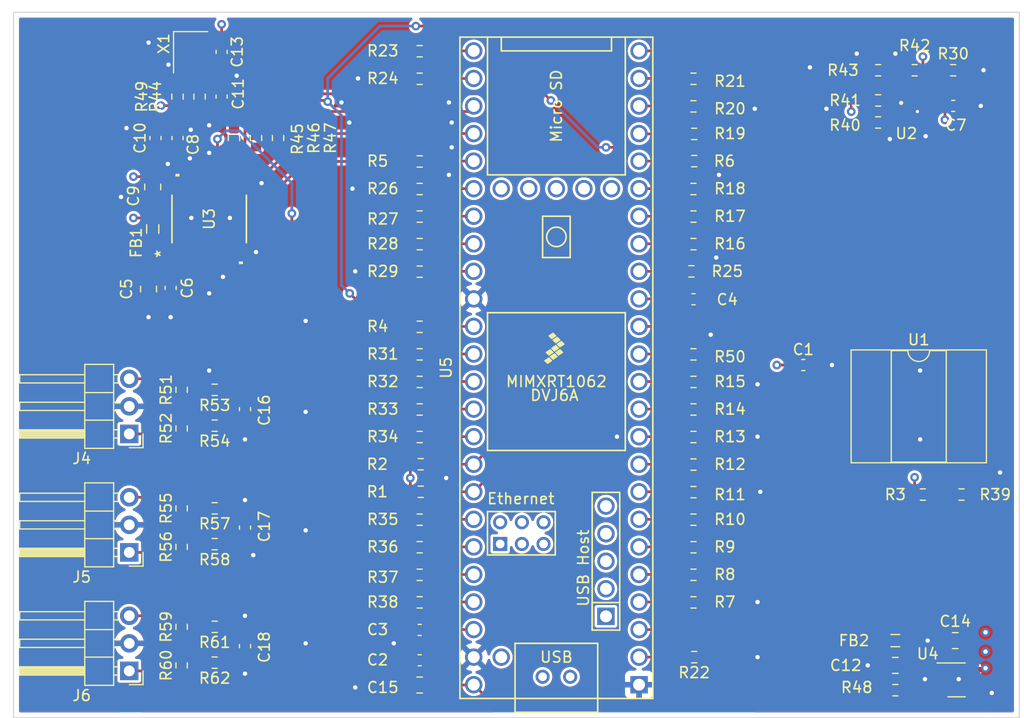
<source format=kicad_pcb>
(kicad_pcb (version 20221018) (generator pcbnew)
  (layers (0 "F.Cu" signal) (1 "In1.Cu" power "GND") (2 "In2.Cu" power "VCC") (31 "B.Cu" signal) (34 "B.Paste" user) (35 "F.Paste" user) (36 "B.SilkS" user "B.Silkscreen") (37 "F.SilkS" user "F.Silkscreen") (38 "B.Mask" user) (39 "F.Mask" user) (44 "Edge.Cuts" user))
  (net 0 "")
  (net 1 "+3V3")
  (net 2 "GND")
  (net 3 "Net-(U5-VIN)")
  (net 4 "Net-(U3-AVDD)")
  (net 5 "Net-(U3-CAP)")
  (net 6 "Net-(U3-CLKIN)")
  (net 7 "Net-(U4-IN)")
  (net 8 "/Geophone X/V+")
  (net 9 "/Geophone X/V-")
  (net 10 "/Geophone Y/V+")
  (net 11 "/Geophone Y/V-")
  (net 12 "/Geophone Z/V+")
  (net 13 "/Geophone Z/V-")
  (net 14 "Net-(J4-Pin_1)")
  (net 15 "Net-(J4-Pin_3)")
  (net 16 "Net-(J5-Pin_1)")
  (net 17 "Net-(J5-Pin_3)")
  (net 18 "Net-(J6-Pin_1)")
  (net 19 "Net-(J6-Pin_3)")
  (net 20 "/SCL")
  (net 21 "/SDA")
  (net 22 "/INT_DLVR")
  (net 23 "Net-(U5-13_SCK_LED)")
  (net 24 "/SCK")
  (net 25 "Net-(U5-37_CS)")
  (net 26 "/~{CS_ACCEL}")
  (net 27 "/~{CS_ADC}")
  (net 28 "Net-(U5-2_OUT2)")
  (net 29 "Net-(U5-3_LRCLK2)")
  (net 30 "Net-(U5-4_BCLK2)")
  (net 31 "Net-(U5-5_IN2)")
  (net 32 "Net-(U5-6_OUT1D)")
  (net 33 "Net-(U5-7_RX2_OUT1A)")
  (net 34 "Net-(U5-8_TX2_IN1)")
  (net 35 "Net-(U5-9_OUT1C)")
  (net 36 "Net-(U5-10_CS_MQSR)")
  (net 37 "Net-(U5-25_A11_RX6_SDA2)")
  (net 38 "Net-(U5-26_A12_MOSI1)")
  (net 39 "Net-(U5-27_A13_SCK1)")
  (net 40 "Net-(U5-29_TX7)")
  (net 41 "Net-(U5-30_CRX3)")
  (net 42 "Net-(U5-31_CTX3)")
  (net 43 "Net-(U5-33_MCLK2)")
  (net 44 "Net-(U5-34_RX8)")
  (net 45 "Net-(U5-38_CS1_IN1)")
  (net 46 "Net-(U5-39_MISO1_OUT1A)")
  (net 47 "Net-(U5-40_A16)")
  (net 48 "Net-(U5-41_A17)")
  (net 49 "Net-(U2-~{INT2})")
  (net 50 "Net-(U5-14_A0_TX3_SPDIF_OUT)")
  (net 51 "Net-(U5-15_A1_RX3_SPDIF_IN)")
  (net 52 "Net-(U5-16_A2_RX4_SCL1)")
  (net 53 "Net-(U5-17_A3_TX4_SDA1)")
  (net 54 "Net-(U5-20_A6_TX5_LRCLK1)")
  (net 55 "Net-(U5-21_A7_RX5_BCLK1)")
  (net 56 "Net-(U5-22_A8_CTX1)")
  (net 57 "Net-(U5-23_A9_CRX1_MCLK1)")
  (net 58 "Net-(U1-INT{slash}SS)")
  (net 59 "/MISO")
  (net 60 "Net-(U2-DOUT_A6)")
  (net 61 "Net-(U2-~{INT1})")
  (net 62 "/INT_ACCEL")
  (net 63 "Net-(X1-OUT)")
  (net 64 "Net-(U3-DOUT)")
  (net 65 "Net-(U3-DRDY)")
  (net 66 "Net-(U5-24_A10_TX6_SCL2)")
  (net 67 "Net-(U3-SYNC{slash}RESET)")
  (net 68 "Net-(U5-28_RX7)")
  (net 69 "Net-(U4-EN)")
  (net 70 "Net-(X1-EN)")
  (net 71 "/MOSI")
  (net 72 "Net-(U5-11_MOSI_CTX1)")
  (net 99 "/ADC_DRDY")
  (net 100 "Net-(U5-0_RX1_CRX2_CS1)")
  (net 101 "/ADC_SYNC{slash}RESET")
  (net 102 "Net-(C3-Pad1)")
  (net 103 "Net-(C4-Pad2)")
  (footprint "Resistor_SMD:R_0603_1608Metric" (layer "F.Cu") (at 156.655 97.568 180)
    (fp_text reference "R21")
    (fp_text value "51")
  )
  (footprint "Resistor_SMD:R_0603_1608Metric" (layer "F.Cu") (at 131.4185 140.748 180)
    (fp_text reference "R36")
    (fp_text value "51")
  )
  (footprint "Resistor_SMD:R_0603_1608Metric" (layer "F.Cu") (at 156.655 145.828 180)
    (fp_text reference "R7")
    (fp_text value "51")
  )
  (footprint "Capacitor_SMD:C_0603_1608Metric_Pad1.08x0.95mm_HandSolder" (layer "F.Cu") (at 113.160998 95.08675 -90)
    (fp_text reference "C13")
    (fp_text value "100n")
  )
  (footprint "Inductor_SMD:L_0805_2012Metric" (layer "F.Cu") (at 175.26 149.352)
    (fp_text reference "FB2")
    (fp_text value "MPZ1608S102ATA00")
  )
  (footprint "Resistor_SMD:R_0603_1608Metric" (layer "F.Cu") (at 131.4185 107.728 180)
    (fp_text reference "R26")
    (fp_text value "51")
  )
  (footprint "Resistor_SMD:R_0603_1608Metric" (layer "F.Cu") (at 173.673 96.7815 180)
    (fp_text reference "R43")
    (fp_text value "51")
  )
  (footprint "Capacitor_SMD:C_0805_2012Metric" (layer "F.Cu") (at 106.810998 107.53475 -90)
    (fp_text reference "C9")
    (fp_text value "1u")
  )
  (footprint "Resistor_SMD:R_0603_1608Metric" (layer "F.Cu") (at 131.509 135.636 180)
    (fp_text reference "R1")
    (fp_text value "10k")
  )
  (footprint "Resistor_SMD:R_0603_1608Metric" (layer "F.Cu") (at 112.522 148.082 180)
    (fp_text reference "R61")
    (fp_text value "470")
  )
  (footprint "Package_DIP:DIP-8_W8.89mm_SMDSocket_LongPads" (layer "F.Cu") (at 177.419 127.762)
    (fp_text reference "U1")
    (fp_text value "DLVR-F50D")
  )
  (footprint "Resistor_SMD:R_0603_1608Metric" (layer "F.Cu") (at 131.4185 143.288 180)
    (fp_text reference "R37")
    (fp_text value "51")
  )
  (footprint "Resistor_SMD:R_0603_1608Metric" (layer "F.Cu") (at 156.655 140.748 180)
    (fp_text reference "R9")
    (fp_text value "51")
  )
  (footprint "Resistor_SMD:R_0603_1608Metric" (layer "F.Cu") (at 156.655 130.588 180)
    (fp_text reference "R13")
    (fp_text value "51")
  )
  (footprint "Resistor_SMD:R_0603_1608Metric" (layer "F.Cu") (at 131.4185 105.188 180)
    (fp_text reference "R5")
    (fp_text value "51")
  )
  (footprint "Capacitor_SMD:C_0805_2012Metric" (layer "F.Cu") (at 131.4185 153.448 180)
    (fp_text reference "C15")
    (fp_text value "1u")
  )
  (footprint "Resistor_SMD:R_0603_1608Metric" (layer "F.Cu") (at 109.474 148.082 90)
    (fp_text reference "R59")
    (fp_text value "100k")
  )
  (footprint "Resistor_SMD:R_0603_1608Metric" (layer "F.Cu") (at 156.718 105.156 180)
    (fp_text reference "R6")
    (fp_text value "51")
  )
  (footprint "Resistor_SMD:R_0603_1608Metric" (layer "F.Cu") (at 112.522 151.384 180)
    (fp_text reference "R62")
    (fp_text value "470")
  )
  (footprint "Capacitor_SMD:C_0603_1608Metric_Pad1.08x0.95mm_HandSolder" (layer "F.Cu") (at 131.4185 151.162 180)
    (fp_text reference "C2")
    (fp_text value "100n")
  )
  (footprint "seismometer:PQFN50P200X200X100-12N" (layer "F.Cu") (at 177.296 100.5885)
    (fp_text reference "U2")
    (fp_text value "MC3479")
  )
  (footprint "Resistor_SMD:R_0603_1608Metric" (layer "F.Cu") (at 131.509 133.096 180)
    (fp_text reference "R2")
    (fp_text value "10k")
  )
  (footprint "Resistor_SMD:R_0603_1608Metric" (layer "F.Cu") (at 173.673 101.5925)
    (fp_text reference "R40")
    (fp_text value "51")
  )
  (footprint "Resistor_SMD:R_0603_1608Metric" (layer "F.Cu") (at 156.655 138.208 180)
    (fp_text reference "R10")
    (fp_text value "51")
  )
  (footprint "Capacitor_SMD:C_0603_1608Metric_Pad1.08x0.95mm_HandSolder" (layer "F.Cu") (at 131.4185 148.368 180)
    (fp_text reference "C3")
    (fp_text value "100n")
  )
  (footprint "Resistor_SMD:R_0603_1608Metric" (layer "F.Cu") (at 156.655 125.508 180)
    (fp_text reference "R15")
    (fp_text value "51")
  )
  (footprint "Resistor_SMD:R_0603_1608Metric" (layer "F.Cu") (at 177.8 135.89 180)
    (fp_text reference "R3")
    (fp_text value "100k")
  )
  (footprint "Resistor_SMD:R_0603_1608Metric" (layer "F.Cu") (at 131.4185 125.508 180)
    (fp_text reference "R32")
    (fp_text value "51")
  )
  (footprint "Resistor_SMD:R_0603_1608Metric" (layer "F.Cu") (at 177.038 96.7815)
    (fp_text reference "R42")
    (fp_text value "100k")
  )
  (footprint "Resistor_SMD:R_0603_1608Metric" (layer "F.Cu") (at 131.4185 112.808 180)
    (fp_text reference "R28")
    (fp_text value "51")
  )
  (footprint "Resistor_SMD:R_0603_1608Metric" (layer "F.Cu") (at 131.4185 110.268 180)
    (fp_text reference "R27")
    (fp_text value "51")
  )
  (footprint "Capacitor_SMD:C_0603_1608Metric_Pad1.08x0.95mm_HandSolder" (layer "F.Cu") (at 107.064998 103.02875 90)
    (fp_text reference "C10")
    (fp_text value "100n")
  )
  (footprint "Resistor_SMD:R_0603_1608Metric" (layer "F.Cu") (at 109.474 126.238 90)
    (fp_text reference "R51")
    (fp_text value "100k")
  )
  (footprint "Resistor_SMD:R_0603_1608Metric" (layer "F.Cu") (at 156.655 122.968 180)
    (fp_text reference "R50")
    (fp_text value "51")
  )
  (footprint "Resistor_SMD:R_0603_1608Metric" (layer "F.Cu") (at 109.474 137.16 90)
    (fp_text reference "R55")
    (fp_text value "100k")
  )
  (footprint "Resistor_SMD:R_0603_1608Metric" (layer "F.Cu") (at 156.655 107.728 180)
    (fp_text reference "R18")
    (fp_text value "51")
  )
  (footprint "Resistor_SMD:R_0603_1608Metric" (layer "F.Cu") (at 131.4185 130.588 180)
    (fp_text reference "R34")
    (fp_text value "51")
  )
  (footprint "Resistor_SMD:R_0603_1608Metric" (layer "F.Cu") (at 112.522 140.462 180)
    (fp_text reference "R58")
    (fp_text value "470")
  )
  (footprint "Connector_PinHeader_2.54mm:PinHeader_1x03_P2.54mm_Horizontal" (layer "F.Cu") (at 104.648 141.224 180)
    (fp_text reference "J5")
    (fp_text value "Conn_01x03_Socket")
  )
  (footprint "Resistor_SMD:R_0603_1608Metric" (layer "F.Cu") (at 180.594 96.7815 180)
    (fp_text reference "R30")
    (fp_text value "100k")
  )
  (footprint "Resistor_SMD:R_0603_1608Metric" (layer "F.Cu") (at 111.128998 99.2135 90)
    (fp_text reference "R44")
    (fp_text value "10")
  )
  (footprint "Resistor_SMD:R_0603_1608Metric" (layer "F.Cu") (at 116.332 103.02875 90)
    (fp_text reference "R46")
    (fp_text value "51")
  )
  (footprint "Capacitor_SMD:C_0805_2012Metric" (layer "F.Cu") (at 106.426 116.94575 -90)
    (fp_text reference "C5")
    (fp_text value "1u")
  )
  (footprint "Resistor_SMD:R_0603_1608Metric" (layer "F.Cu") (at 156.464 115.316 180)
    (fp_text reference "R25")
    (fp_text value "51")
  )
  (footprint "Resistor_SMD:R_0603_1608Metric" (layer "F.Cu") (at 131.4185 122.968 180)
    (fp_text reference "R31")
    (fp_text value "51")
  )
  (footprint "Capacitor_SMD:C_0603_1608Metric_Pad1.08x0.95mm_HandSolder" (layer "F.Cu") (at 156.655 117.888 180)
    (fp_text reference "C4")
    (fp_text value "100n")
  )
  (footprint "Resistor_SMD:R_0603_1608Metric" (layer "F.Cu") (at 131.4185 145.828 180)
    (fp_text reference "R38")
    (fp_text value "51")
  )
  (footprint "Resistor_SMD:R_0603_1608Metric" (layer "F.Cu") (at 131.4185 128.048 180)
    (fp_text reference "R33")
    (fp_text value "51")
  )
  (footprint "Package_TO_SOT_SMD:SOT-23-5" (layer "F.Cu") (at 180.9035 152.974)
    (fp_text reference "U4")
    (fp_text value "LP5907MFX-3.3")
  )
  (footprint "Resistor_SMD:R_0603_1608Metric" (layer "F.Cu") (at 156.718 150.876 180)
    (fp_text reference "R22")
    (fp_text value "51")
  )
  (footprint "Resistor_SMD:R_0603_1608Metric" (layer "F.Cu") (at 156.655 110.268 180)
    (fp_text reference "R17")
    (fp_text value "51")
  )
  (footprint "Capacitor_SMD:C_0603_1608Metric_Pad1.08x0.95mm_HandSolder" (layer "F.Cu") (at 180.594 100.0685)
    (fp_text reference "C7")
    (fp_text value "100n")
  )
  (footprint "Oscillator:Oscillator_SMD_Abracon_ASE-4Pin_3.2x2.5mm" (layer "F.Cu") (at 110.303998 95.12075 -90)
    (fp_text reference "X1")
    (fp_text value "ASE-xxxMHz")
  )
  (footprint "Resistor_SMD:R_0603_1608Metric" (layer "F.Cu") (at 156.718 102.648 180)
    (fp_text reference "R19")
    (fp_text value "51")
  )
  (footprint "Resistor_SMD:R_0603_1608Metric" (layer "F.Cu") (at 181.356 135.89)
    (fp_text reference "R39")
    (fp_text value "51")
  )
  (footprint "Resistor_SMD:R_0603_1608Metric" (layer "F.Cu") (at 109.474 129.794 90)
    (fp_text reference "R52")
    (fp_text value "100k")
  )
  (footprint "Resistor_SMD:R_0603_1608Metric" (layer "F.Cu") (at 112.522 129.54 180)
    (fp_text reference "R54")
    (fp_text value "470")
  )
  (footprint "Capacitor_SMD:C_0603_1608Metric_Pad1.08x0.95mm_HandSolder" (layer "F.Cu") (at 166.7775 123.952)
    (fp_text reference "C1")
    (fp_text value "100n")
  )
  (footprint "Resistor_SMD:R_0603_1608Metric" (layer "F.Cu") (at 131.4185 120.428 180)
    (fp_text reference "R4")
    (fp_text value "51")
  )
  (footprint "seismometer:Teensy41" (layer "F.Cu") (at 144.018 124.206 90)
    (fp_text reference "U5")
    (fp_text value "Teensy4.1")
  )
  (footprint "Resistor_SMD:R_0603_1608Metric" (layer "F.Cu") (at 173.673 99.5605 180)
    (fp_text reference "R41")
    (fp_text value "100k")
  )
  (footprint "Resistor_SMD:R_0603_1608Metric" (layer "F.Cu") (at 156.655 112.808 180)
    (fp_text reference "R16")
    (fp_text value "51")
  )
  (footprint "Resistor_SMD:R_0603_1608Metric" (layer "F.Cu") (at 156.655 128.048 180)
    (fp_text reference "R14")
    (fp_text value "51")
  )
  (footprint "Capacitor_SMD:C_0805_2012Metric" (layer "F.Cu") (at 175.26 151.638 180)
    (fp_text reference "C12")
    (fp_text value "1u")
  )
  (footprint "Resistor_SMD:R_0603_1608Metric" (layer "F.Cu") (at 131.4185 138.208 180)
    (fp_text reference "R35")
    (fp_text value "51")
  )
  (footprint "Resistor_SMD:R_0603_1608Metric" (layer "F.Cu") (at 109.096998 99.2135 90)
    (fp_text reference "R49")
    (fp_text value "100k")
  )
  (footprint "Capacitor_SMD:C_0603_1608Metric_Pad1.08x0.95mm_HandSolder" (layer "F.Cu") (at 108.458 116.84525 -90)
    (fp_text reference "C6")
    (fp_text value "100n")
  )
  (footprint "Resistor_SMD:R_0603_1608Metric" (layer "F.Cu") (at 156.655 133.128 180)
    (fp_text reference "R12")
    (fp_text value "51")
  )
  (footprint "seismometer:TSSOP20_PW_TEX" (layer "F.Cu") (at 112.014 110.49 90)
    (fp_text reference "U3")
    (fp_text value "ADS131M04-Q1")
  )
  (footprint "Connector_PinHeader_2.54mm:PinHeader_1x03_P2.54mm_Horizontal" (layer "F.Cu") (at 104.648 130.302 180)
    (fp_text reference "J4")
    (fp_text value "Conn_01x03_Socket")
  )
  (footprint "Capacitor_SMD:C_0603_1608Metric_Pad1.08x0.95mm_HandSolder" (layer "F.Cu") (at 115.316 128.016 -90)
    (fp_text reference "C16")
    (fp_text value "220n")
  )
  (footprint "Resistor_SMD:R_0603_1608Metric" (layer "F.Cu") (at 131.4185 95.028 180)
    (fp_text reference "R23")
    (fp_text value "51")
  )
  (footprint "Capacitor_SMD:C_0603_1608Metric_Pad1.08x0.95mm_HandSolder" (layer "F.Cu") (at 115.316 149.86 -90)
    (fp_text reference "C18")
    (fp_text value "220n")
  )
  (footprint "Inductor_SMD:L_0805_2012Metric" (layer "F.Cu") (at 106.810998 111.41075 -90)
    (fp_text reference "FB1")
    (fp_text value "MPZ1608S102ATA00")
  )
  (footprint "Resistor_SMD:R_0603_1608Metric" (layer "F.Cu") (at 109.474 151.638 90)
    (fp_text reference "R60")
    (fp_text value "100k")
  )
  (footprint "Resistor_SMD:R_0603_1608Metric" (layer "F.Cu") (at 114.3 103.02875 90)
    (fp_text reference "R45")
    (fp_text value "51")
  )
  (footprint "Resistor_SMD:R_0603_1608Metric" (layer "F.Cu") (at 118.364 103.02875 90)
    (fp_text reference "R47")
    (fp_text value "51")
  )
  (footprint "Capacitor_SMD:C_0603_1608Metric_Pad1.08x0.95mm_HandSolder" (layer "F.Cu") (at 115.316 138.938 90)
    (fp_text reference "C17")
    (fp_text value "220n")
  )
  (footprint "Resistor_SMD:R_0603_1608Metric" (layer "F.Cu") (at 112.522 126.238 180)
    (fp_text reference "R53")
    (fp_text value "470")
  )
  (footprint "Connector_PinHeader_2.54mm:PinHeader_1x03_P2.54mm_Horizontal" (layer "F.Cu") (at 104.648 152.146 180)
    (fp_text reference "J6")
    (fp_text value "Conn_01x03_Socket")
  )
  (footprint "Capacitor_SMD:C_0805_2012Metric" (layer "F.Cu") (at 180.782 149.352 180)
    (fp_text reference "C14")
    (fp_text value "1u")
  )
  (footprint "Resistor_SMD:R_0603_1608Metric" (layer "F.Cu") (at 131.4185 97.568 180)
    (fp_text reference "R24")
    (fp_text value "51")
  )
  (footprint "Resistor_SMD:R_0603_1608Metric" (layer "F.Cu") (at 156.655 100.108 180)
    (fp_text reference "R20")
    (fp_text value "51")
  )
  (footprint "Resistor_SMD:R_0603_1608Metric" (layer "F.Cu") (at 175.26 153.924 180)
    (fp_text reference "R48")
    (fp_text value "100k")
  )
  (footprint "Capacitor_SMD:C_0603_1608Metric_Pad1.08x0.95mm_HandSolder" (layer "F.Cu") (at 113.160998 99.2135 90)
    (fp_text reference "C11")
    (fp_text value "10p")
  )
  (footprint "Resistor_SMD:R_0603_1608Metric" (layer "F.Cu") (at 156.655 143.288 180)
    (fp_text reference "R8")
    (fp_text value "51")
  )
  (footprint "Resistor_SMD:R_0603_1608Metric" (layer "F.Cu") (at 109.474 140.716 90)
    (fp_text reference "R56")
    (fp_text value "100k")
  )
  (footprint "Resistor_SMD:R_0603_1608Metric" (layer "F.Cu") (at 156.655 135.668 180)
    (fp_text reference "R11")
    (fp_text value "51")
  )
  (footprint "Capacitor_SMD:C_0603_1608Metric_Pad1.08x0.95mm_HandSolder" (layer "F.Cu") (at 109.096998 103.02875 -90)
    (fp_text reference "C8")
    (fp_text value "220n")
  )
  (footprint "Resistor_SMD:R_0603_1608Metric" (layer "F.Cu") (at 131.4185 115.348 180)
    (fp_text reference "R29")
    (fp_text value "51")
  )
  (footprint "Resistor_SMD:R_0603_1608Metric" (layer "F.Cu") (at 112.522 137.16 180)
    (fp_text reference "R57")
    (fp_text value "470")
  )
  (gr_rect (start 93.98 91.44) (end 186.69 156.464) (stroke (width 0.1)) (fill none) (layer "Edge.Cuts"))
  (gr_text "Y" (at 103.886 145.034) (layer "F.Cu") (effects (font (size 1.5 1.5) (thickness 0.3) bold) (justify left bottom)))
  (gr_text "Z" (at 103.886 155.956) (layer "F.Cu") (effects (font (size 1.5 1.5) (thickness 0.3) bold) (justify left bottom)))
  (gr_text "X" (at 103.8545 134.112) (layer "F.Cu") (effects (font (size 1.5 1.5) (thickness 0.3) bold) (justify left bottom)))
  (segment (start 130.556 134.366) (end 130.556 133.224) (width 0.25) (layer "F.Cu") (net 1))
  (segment (start 111.128998 94.07075) (end 113.007498 94.07075) (width 0.25) (layer "F.Cu") (net 1))
  (segment (start 172.974 126.492) (end 168.455 126.492) (width 0.25) (layer "F.Cu") (net 1))
  (segment (start 177.8 95.5265) (end 177.8 96.7185) (width 0.25) (layer "F.Cu") (net 1))
  (segment (start 109.091998 100.0435) (end 109.096998 100.0385) (width 0.25) (layer "F.Cu") (net 1))
  (segment (start 177.8 96.7185) (end 177.863 96.7815) (width 0.25) (layer "F.Cu") (net 1))
  (segment (start 179.832 100.169) (end 179.7315 100.0685) (width 0.25) (layer "F.Cu") (net 1))
  (segment (start 107.763498 107.53725) (end 106.810998 106.58475) (width 0.25) (layer "F.Cu") (net 1))
  (segment (start 177.038 134.3025) (end 177.038 135.7635) (width 0.25) (layer "F.Cu") (net 1))
  (segment (start 106.810998 106.58475) (end 106.810998 104.14525) (width 0.25) (layer "F.Cu") (net 1))
  (segment (start 171.465 99.5605) (end 171.196 99.8295) (width 0.25) (layer "F.Cu") (net 1))
  (segment (start 164.338 123.952) (end 165.915 123.952) (width 0.25) (layer "F.Cu") (net 1))
  (segment (start 177.038 135.7635) (end 176.975 135.8265) (width 0.25) (layer "F.Cu") (net 1))
  (segment (start 130.556 135.508) (end 130.684 135.636) (width 0.25) (layer "F.Cu") (net 1))
  (segment (start 107.572998 100.0435) (end 109.091998 100.0435) (width 0.25) (layer "F.Cu") (net 1))
  (segment (start 113.160998 92.54675) (end 113.160998 94.22425) (width 0.25) (layer "F.Cu") (net 1))
  (segment (start 168.455 126.492) (end 165.915 123.952) (width 0.25) (layer "F.Cu") (net 1))
  (segment (start 172.848 99.5605) (end 171.465 99.5605) (width 0.25) (layer "F.Cu") (net 1))
  (segment (start 179.832 101.3535) (end 179.832 100.169) (width 0.25) (layer "F.Cu") (net 1))
  (segment (start 130.556 133.224) (end 130.684 133.096) (width 0.25) (layer "F.Cu") (net 1))
  (segment (start 105.032998 106.58475) (end 106.810998 106.58475) (width 0.25) (layer "F.Cu") (net 1))
  (segment (start 113.007498 94.07075) (end 113.160998 94.22425) (width 0.25) (layer "F.Cu") (net 1))
  (segment (start 179.7315 100.0685) (end 179.4615 100.3385) (width 0.25) (layer "F.Cu") (net 1))
  (segment (start 171.196 99.8295) (end 171.196 100.5915) (width 0.25) (layer "F.Cu") (net 1))
  (segment (start 106.810998 104.14525) (end 107.064998 103.89125) (width 0.25) (layer "F.Cu") (net 1))
  (segment (start 130.556 134.366) (end 130.556 135.508) (width 0.25) (layer "F.Cu") (net 1))
  (segment (start 179.4615 100.3385) (end 178.061 100.3385) (width 0.25) (layer "F.Cu") (net 1))
  (segment (start 109.089002 107.53725) (end 107.763498 107.53725) (width 0.25) (layer "F.Cu") (net 1))
  (segment (start 105.032998 110.39475) (end 106.764498 110.39475) (width 0.25) (layer "F.Cu") (net 1))
  (segment (start 106.764498 110.39475) (end 106.810998 110.34825) (width 0.25) (layer "F.Cu") (net 1))
  (via (at 177.038 134.3025) (size 0.8) (drill 0.4) (layers "F.Cu" "B.Cu") (net 1))
  (via (at 105.032998 110.39475) (size 0.8) (drill 0.4) (layers "F.Cu" "B.Cu") (net 1))
  (via (at 171.196 100.5915) (size 0.8) (drill 0.4) (layers "F.Cu" "B.Cu") (net 1))
  (via (at 130.556 134.366) (size 0.8) (drill 0.4) (layers "F.Cu" "B.Cu") (net 1))
  (via (at 164.338 123.952) (size 0.8) (drill 0.4) (layers "F.Cu" "B.Cu") (net 1))
  (via (at 183.576 150.368) (size 0.8) (drill 0.4) (layers "F.Cu" "B.Cu") (net 1))
  (via (at 177.8 95.5265) (size 0.8) (drill 0.4) (layers "F.Cu" "B.Cu") (net 1))
  (via (at 183.576 151.892) (size 0.8) (drill 0.4) (layers "F.Cu" "B.Cu") (net 1))
  (via (at 183.576 148.59) (size 0.8) (drill 0.4) (layers "F.Cu" "B.Cu") (net 1))
  (via (at 113.160998 92.54675) (size 0.8) (drill 0.4) (layers "F.Cu" "B.Cu") (net 1))
  (via (at 107.572998 100.0435) (size 0.8) (drill 0.4) (layers "F.Cu" "B.Cu") (net 1))
  (via (at 105.032998 106.58475) (size 0.8) (drill 0.4) (layers "F.Cu" "B.Cu") (net 1))
  (via (at 179.832 101.3535) (size 0.8) (drill 0.4) (layers "F.Cu" "B.Cu") (net 1))
  (segment (start 109.739001 106.654599) (end 109.739001 107.53725) (width 0.25) (layer "F.Cu") (net 2))
  (segment (start 177.546 102.3545) (end 178.054 102.8625) (width 0.2) (layer "F.Cu") (net 2))
  (segment (start 177.546 101.3535) (end 177.546 102.3545) (width 0.2) (layer "F.Cu") (net 2))
  (segment (start 177.988 152.908) (end 178.054 152.974) (width 0.25) (layer "F.Cu") (net 2))
  (segment (start 108.494402 105.41) (end 109.739001 106.654599) (width 0.25) (layer "F.Cu") (net 2))
  (segment (start 181.4565 100.0685) (end 183.134 100.0685) (width 0.25) (layer "F.Cu") (net 2))
  (segment (start 178.061 101.3385) (end 178.061 102.8555) (width 0.2) (layer "F.Cu") (net 2))
  (segment (start 178.054 152.974) (end 179.766 152.974) (width 0.25) (layer "F.Cu") (net 2))
  (segment (start 108.204 105.41) (end 108.494402 105.41) (width 0.25) (layer "F.Cu") (net 2))
  (segment (start 178.061 102.8555) (end 178.054 102.8625) (width 0.2) (layer "F.Cu") (net 2))
  (via (at 162.56 145.796) (size 0.8) (drill 0.4) (layers "F.Cu" "B.Cu") (net 2))
  (via (at 134.366 103.886) (size 0.8) (drill 0.4) (layers "F.Cu" "B.Cu") (net 2))
  (via (at 162.306 100.33) (size 0.8) (drill 0.4) (layers "F.Cu" "B.Cu") (net 2))
  (via (at 110.236 104.902) (size 0.8) (drill 0.4) (layers "F.Cu" "B.Cu") (net 2))
  (via (at 103.886 108.458) (size 0.8) (drill 0.4) (layers "F.Cu" "B.Cu") (net 2))
  (via (at 149.606 130.556) (size 0.8) (drill 0.4) (layers "F.Cu" "B.Cu") (net 2))
  (via (at 167.386 96.52) (size 0.8) (drill 0.4) (layers "F.Cu" "B.Cu") (net 2))
  (via (at 181.102 152.908) (size 0.8) (drill 0.4) (layers "F.Cu" "B.Cu") (net 2))
  (via (at 110.314001 102.266748) (size 0.8) (drill 0.4) (layers "F.Cu" "B.Cu") (net 2))
  (via (at 106.426 94.234) (size 0.8) (drill 0.4) (layers "F.Cu" "B.Cu") (net 2))
  (via (at 134.112 99.75) (size 0.8) (drill 0.4) (layers "F.Cu" "B.Cu") (net 2))
  (via (at 120.904 128.27) (size 0.8) (drill 0.4) (layers "F.Cu" "B.Cu") (net 2))
  (via (at 162.56 125.73) (size 0.8) (drill 0.4) (layers "F.Cu" "B.Cu") (net 2))
  (via (at 115.316 147.066) (size 0.8) (drill 0.4) (layers "F.Cu" "B.Cu") (net 2))
  (via (at 169.418 123.952) (size 0.8) (drill 0.4) (layers "F.Cu" "B.Cu") (net 2))
  (via (at 177.546 130.81) (size 0.8) (drill 0.4) (layers "F.Cu" "B.Cu") (net 2))
  (via (at 183.134 100.0685) (size 0.8) (drill 0.4) (layers "F.Cu" "B.Cu") (net 2))
  (via (at 113.284 115.824) (size 0.8) (drill 0.4) (layers "F.Cu" "B.Cu") (net 2))
  (via (at 108.260998 96.266) (size 0.8) (drill 0.4) (layers "F.Cu" "B.Cu") (net 2))
  (via (at 159.004 106.426) (size 0.8) (drill 0.4) (layers "F.Cu" "B.Cu") (net 2))
  (via (at 124.206 99.75) (size 0.8) (drill 0.4) (layers "F.Cu" "B.Cu") (net 2))
  (via (at 168.91 100.33) (size 0.8) (drill 0.4) (layers "F.Cu" "B.Cu") (net 2))
  (via (at 115.316 152.4) (size 0.8) (drill 0.4) (layers "F.Cu" "B.Cu") (net 2))
  (via (at 120.904 119.888) (size 0.8) (drill 0.4) (layers "F.Cu" "B.Cu") (net 2))
  (via (at 172.72 151.638) (size 0.8) (drill 0.4) (layers "F.Cu" "B.Cu") (net 2))
  (via (at 125.73 97.536) (size 0.8) (drill 0.4) (layers "F.Cu" "B.Cu") (net 2))
  (via (at 116.332 113.538) (size 0.8) (drill 0.4) (layers "F.Cu" "B.Cu") (net 2))
  (via (at 120.904 139.192) (size 0.8) (drill 0.4) (layers "F.Cu" "B.Cu") (net 2))
  (via (at 175.26 95.25) (size 0.8) (drill 0.4) (layers "F.Cu" "B.Cu") (net 2))
  (via (at 177.546 124.46) (size 0.8) (drill 0.4) (layers "F.Cu" "B.Cu") (net 2))
  (via (at 112.014 104.394) (size 0.8) (drill 0.4) (layers "F.Cu" "B.Cu") (net 2))
  (via (at 158.75 114.046) (size 0.8) (drill 0.4) (layers "F.Cu" "B.Cu") (net 2))
  (via (at 125.476 153.67) (size 0.8) (drill 0.4) (layers "F.Cu" "B.Cu") (net 2))
  (via (at 113.922998 110.394748) (size 0.8) (drill 0.4) (layers "F.Cu" "B.Cu") (net 2))
  (via (at 110.366998 110.394748) (size 0.8) (drill 0.4) (layers "F.Cu" "B.Cu") (net 2))
  (via (at 116.84 107.188) (size 0.8) (drill 0.4) (layers "F.Cu" "B.Cu") (net 2))
  (via (at 112.014 101.854) (size 0.8) (drill 0.4) (layers "F.Cu" "B.Cu") (net 2))
  (via (at 112.014 124.46) (size 0.8) (drill 0.4) (layers "F.Cu" "B.Cu") (net 2))
  (via (at 106.426 119.538748) (size 0.8) (drill 0.4) (layers "F.Cu" "B.Cu") (net 2))
  (via (at 183.388 96.774) (size 0.8) (drill 0.4) (layers "F.Cu" "B.Cu") (net 2))
  (via (at 162.56 150.876) (size 0.8) (drill 0.4) (layers "F.Cu" "B.Cu") (net 2))
  (via (at 125.222 107.696) (size 0.8) (drill 0.4) (layers "F.Cu" "B.Cu") (net 2))
  (via (at 178.054 102.8625) (size 0.8) (drill 0.4) (layers "F.Cu" "B.Cu") (net 2))
  (via (at 184.15 154.178) (size 0.8) (drill 0.4) (layers "F.Cu" "B.Cu") (net 2))
  (via (at 116.078 141.478) (size 0.8) (drill 0.4) (layers "F.Cu" "B.Cu") (net 2))
  (via (at 177.988 152.908) (size 0.8) (drill 0.4) (layers "F.Cu" "B.Cu") (net 2))
  (via (at 120.904 149.606) (size 0.8) (drill 0.4) (layers "F.Cu" "B.Cu") (net 2))
  (via (at 178.242 149.352) (size 0.8) (drill 0.4) (layers "F.Cu" "B.Cu") (net 2))
  (via (at 184.912 133.858) (size 0.8) (drill 0.4) (layers "F.Cu" "B.Cu") (net 2))
  (via (at 104.394 102.108) (size 0.8) (drill 0.4) (layers "F.Cu" "B.Cu") (net 2))
  (via (at 133.858 134.366) (size 0.8) (drill 0.4) (layers "F.Cu" "B.Cu") (net 2))
  (via (at 129.032 149.606) (size 0.8) (drill 0.4) (layers "F.Cu" "B.Cu") (net 2))
  (via (at 134.366 101.6) (size 0.8) (drill 0.4) (layers "F.Cu" "B.Cu") (net 2))
  (via (at 115.316 136.398) (size 0.8) (drill 0.4) (layers "F.Cu" "B.Cu") (net 2))
  (via (at 114.549347 97.282) (size 0.8) (drill 0.4) (layers "F.Cu" "B.Cu") (net 2))
  (via (at 108.458 119.538748) (size 0.8) (drill 0.4) (layers "F.Cu" "B.Cu") (net 2))
  (via (at 174.752 103.124) (size 0.8) (drill 0.4) (layers "F.Cu" "B.Cu") (net 2))
  (via (at 162.814 135.636) (size 0.8) (drill 0.4) (layers "F.Cu" "B.Cu") (net 2))
  (via (at 134.112 106.426) (size 0.8) (drill 0.4) (layers "F.Cu" "B.Cu") (net 2))
  (via (at 177.296 100.5885) (size 0.7) (drill 0.3) (layers "F.Cu" "B.Cu") (net 2))
  (via (at 158.242 121.158) (size 0.8) (drill 0.4) (layers "F.Cu" "B.Cu") (net 2))
  (via (at 162.56 130.556) (size 0.8) (drill 0.4) (layers "F.Cu" "B.Cu") (net 2))
  (via (at 115.316 130.81) (size 0.8) (drill 0.4) (layers "F.Cu" "B.Cu") (net 2))
  (via (at 108.204 105.41) (size 0.8) (drill 0.4) (layers "F.Cu" "B.Cu") (net 2))
  (via (at 171.704 95.25) (size 0.8) (drill 0.4) (layers "F.Cu" "B.Cu") (net 2))
  (via (at 124.931 101.6) (size 0.8) (drill 0.4) (layers "F.Cu" "B.Cu") (net 2))
  (via (at 125.476 115.316) (size 0.8) (drill 0.4) (layers "F.Cu" "B.Cu") (net 2))
  (via (at 112.014 117.348) (size 0.8) (drill 0.4) (layers "F.Cu" "B.Cu") (net 2))
  (segment (start 138.43 155.448) (end 162.052 155.448) (width 0.25) (layer "F.Cu") (net 3))
  (segment (start 136.366 153.448) (end 136.398 153.416) (width 0.25) (layer "F.Cu") (net 3))
  (segment (start 132.281 153.3605) (end 132.3685 153.448) (width 0.25) (layer "F.Cu") (net 3))
  (segment (start 132.3685 153.448) (end 136.366 153.448) (width 0.25) (layer "F.Cu") (net 3))
  (segment (start 136.398 153.416) (end 138.43 155.448) (width 0.25) (layer "F.Cu") (net 3))
  (segment (start 168.148 149.352) (end 174.1975 149.352) (width 0.25) (layer "F.Cu") (net 3))
  (segment (start 162.052 155.448) (end 168.148 149.352) (width 0.25) (layer "F.Cu") (net 3))
  (segment (start 132.281 151.162) (end 132.281 153.3605) (width 0.25) (layer "F.Cu") (net 3))
  (segment (start 106.426 115.99575) (end 108.445 115.99575) (width 0.25) (layer "F.Cu") (net 4))
  (segment (start 108.445 115.99575) (end 108.458 115.98275) (width 0.25) (layer "F.Cu") (net 4))
  (segment (start 109.089 115.35175) (end 108.458 115.98275) (width 0.25) (layer "F.Cu") (net 4))
  (segment (start 106.810998 115.610752) (end 106.426 115.99575) (width 0.25) (layer "F.Cu") (net 4))
  (segment (start 109.089 113.44275) (end 109.089 115.35175) (width 0.25) (layer "F.Cu") (net 4))
  (segment (start 106.810998 112.47325) (end 106.810998 115.610752) (width 0.25) (layer "F.Cu") (net 4))
  (segment (start 110.389002 106.325002) (end 110.389002 107.53725) (width 0.25) (layer "F.Cu") (net 5))
  (segment (start 109.096998 105.032998) (end 110.389002 106.325002) (width 0.25) (layer "F.Cu") (net 5))
  (segment (start 109.096998 103.89125) (end 109.096998 105.032998) (width 0.25) (layer "F.Cu") (net 5))
  (segment (start 111.039001 107.53725) (end 111.039001 100.573747) (width 0.25) (layer "F.Cu") (net 6))
  (segment (start 113.160998 100.076) (end 111.166498 100.076) (width 0.25) (layer "F.Cu") (net 6))
  (segment (start 111.039001 100.128497) (end 111.128998 100.0385) (width 0.25) (layer "F.Cu") (net 6))
  (segment (start 111.166498 100.076) (end 111.128998 100.0385) (width 0.25) (layer "F.Cu") (net 6))
  (segment (start 111.039001 100.573747) (end 111.128998 100.48375) (width 0.25) (layer "F.Cu") (net 6))
  (segment (start 111.128998 100.48375) (end 111.128998 100.0385) (width 0.25) (layer "F.Cu") (net 6))
  (segment (start 176.3225 149.352) (end 176.3225 151.5255) (width 0.25) (layer "F.Cu") (net 7))
  (segment (start 175.768 152.908) (end 176.21 152.466) (width 0.25) (layer "F.Cu") (net 7))
  (segment (start 176.3225 151.5255) (end 176.21 151.638) (width 0.25) (layer "F.Cu") (net 7))
  (segment (start 176.596 152.024) (end 176.21 151.638) (width 0.25) (layer "F.Cu") (net 7))
  (segment (start 179.766 152.024) (end 176.596 152.024) (width 0.25) (layer "F.Cu") (net 7))
  (segment (start 175.006 152.908) (end 175.768 152.908) (width 0.25) (layer "F.Cu") (net 7))
  (segment (start 174.435 153.924) (end 174.435 153.479) (width 0.25) (layer "F.Cu") (net 7))
  (segment (start 176.21 152.466) (end 176.21 151.638) (width 0.25) (layer "F.Cu") (net 7))
  (segment (start 174.435 153.479) (end 175.006 152.908) (width 0.25) (layer "F.Cu") (net 7))
  (segment (start 115.316 125.73) (end 110.388999 120.802999) (width 0.25) (layer "F.Cu") (net 8))
  (segment (start 114.4005 126.238) (end 115.316 127.1535) (width 0.25) (layer "F.Cu") (net 8))
  (segment (start 110.388999 120.802999) (end 110.388999 113.44275) (width 0.25) (layer "F.Cu") (net 8))
  (segment (start 115.316 127.1535) (end 115.316 125.73) (width 0.25) (layer "F.Cu") (net 8))
  (segment (start 113.347 126.238) (end 114.4005 126.238) (width 0.25) (layer "F.Cu") (net 8))
  (segment (start 116.116 125.768) (end 111.039001 120.691001) (width 0.25) (layer "F.Cu") (net 9))
  (segment (start 111.039001 120.691001) (end 111.039001 113.44275) (width 0.25) (layer "F.Cu") (net 9))
  (segment (start 115.316 128.8785) (end 116.116 128.0785) (width 0.25) (layer "F.Cu") (net 9))
  (segment (start 116.116 128.0785) (end 116.116 125.768) (width 0.25) (layer "F.Cu") (net 9))
  (segment (start 114.6545 129.54) (end 115.316 128.8785) (width 0.25) (layer "F.Cu") (net 9))
  (segment (start 113.347 129.54) (end 114.6545 129.54) (width 0.25) (layer "F.Cu") (net 9))
  (segment (start 114.808 141.478) (end 115.316 140.97) (width 0.2) (layer "F.Cu") (net 10))
  (segment (start 112.338998 115.894998) (end 112.338998 113.44275) (width 0.2) (layer "F.Cu") (net 10))
  (segment (start 112.776 141.478) (end 114.808 141.478) (width 0.2) (layer "F.Cu") (net 10))
  (segment (start 113.347 137.16) (end 112.522 137.985) (width 0.2) (layer "F.Cu") (net 10))
  (segment (start 112.522 141.224) (end 112.776 141.478) (width 0.2) (layer "F.Cu") (net 10))
  (segment (start 115.316 140.97) (end 115.316 139.8005) (width 0.2) (layer "F.Cu") (net 10))
  (segment (start 117.856 137.2605) (end 117.856 121.412) (width 0.2) (layer "F.Cu") (net 10))
  (segment (start 112.522 137.985) (end 112.522 141.224) (width 0.2) (layer "F.Cu") (net 10))
  (segment (start 115.316 139.8005) (end 117.856 137.2605) (width 0.2) (layer "F.Cu") (net 10))
  (segment (start 117.856 121.412) (end 112.338998 115.894998) (width 0.2) (layer "F.Cu") (net 10))
  (segment (start 113.347 139.383) (end 114.6545 138.0755) (width 0.2) (layer "F.Cu") (net 11))
  (segment (start 117.348 121.469686) (end 111.688999 115.810685) (width 0.2) (layer "F.Cu") (net 11))
  (segment (start 117.348 136.0435) (end 117.348 121.469686) (width 0.2) (layer "F.Cu") (net 11))
  (segment (start 113.347 140.462) (end 113.347 139.383) (width 0.2) (layer "F.Cu") (net 11))
  (segment (start 115.316 138.0755) (end 117.348 136.0435) (width 0.2) (layer "F.Cu") (net 11))
  (segment (start 111.688999 115.810685) (end 111.688999 113.44275) (width 0.2) (layer "F.Cu") (net 11))
  (segment (start 114.6545 138.0755) (end 115.316 138.0755) (width 0.2) (layer "F.Cu") (net 11))
  (segment (start 113.347 148.082) (end 114.4005 148.082) (width 0.25) (layer "F.Cu") (net 12))
  (segment (start 114.4005 148.082) (end 115.316 148.9975) (width 0.25) (layer "F.Cu") (net 12))
  (segment (start 119.126 145.1875) (end 119.126 120.396) (width 0.25) (layer "F.Cu") (net 12))
  (segment (start 112.988999 114.258999) (end 112.988999 113.44275) (width 0.25) (layer "F.Cu") (net 12))
  (segment (start 119.126 120.396) (end 112.988999 114.258999) (width 0.25) (layer "F.Cu") (net 12))
  (segment (start 115.316 148.9975) (end 119.126 145.1875) (width 0.25) (layer "F.Cu") (net 12))
  (segment (start 115.316 150.7225) (end 119.634 146.4045) (width 0.25) (layer "F.Cu") (net 13))
  (segment (start 113.638998 114.272602) (end 113.638998 113.44275) (width 0.25) (layer "F.Cu") (net 13))
  (segment (start 119.634 120.267604) (end 113.638998 114.272602) (width 0.25) (layer "F.Cu") (net 13))
  (segment (start 113.347 151.384) (end 114.6545 151.384) (width 0.25) (layer "F.Cu") (net 13))
  (segment (start 114.6545 151.384) (end 115.316 150.7225) (width 0.25) (layer "F.Cu") (net 13))
  (segment (start 119.634 146.4045) (end 119.634 120.267604) (width 0.25) (layer "F.Cu") (net 13))
  (segment (start 104.648 130.302) (end 109.157 130.302) (width 0.25) (layer "F.Cu") (net 14))
  (segment (start 111.697 129.54) (end 110.553 129.54) (width 0.25) (layer "F.Cu") (net 14))
  (segment (start 110.553 129.54) (end 109.474 130.619) (width 0.25) (layer "F.Cu") (net 14))
  (segment (start 109.157 130.302) (end 109.474 130.619) (width 0.25) (layer "F.Cu") (net 14))
  (segment (start 109.283 125.222) (end 109.474 125.413) (width 0.25) (layer "F.Cu") (net 15))
  (segment (start 110.299 126.238) (end 109.474 125.413) (width 0.25) (layer "F.Cu") (net 15))
  (segment (start 104.648 125.222) (end 109.283 125.222) (width 0.25) (layer "F.Cu") (net 15))
  (segment (start 111.697 126.238) (end 110.299 126.238) (width 0.25) (layer "F.Cu") (net 15))
  (segment (start 110.553 140.462) (end 109.474 141.541) (width 0.25) (layer "F.Cu") (net 16))
  (segment (start 109.157 141.224) (end 109.474 141.541) (width 0.25) (layer "F.Cu") (net 16))
  (segment (start 111.697 140.462) (end 110.553 140.462) (width 0.25) (layer "F.Cu") (net 16))
  (segment (start 104.648 141.224) (end 109.157 141.224) (width 0.25) (layer "F.Cu") (net 16))
  (segment (start 111.697 137.16) (end 110.299 137.16) (width 0.25) (layer "F.Cu") (net 17))
  (segment (start 104.648 136.144) (end 109.283 136.144) (width 0.25) (layer "F.Cu") (net 17))
  (segment (start 109.283 136.144) (end 109.474 136.335) (width 0.25) (layer "F.Cu") (net 17))
  (segment (start 110.299 137.16) (end 109.474 136.335) (width 0.25) (layer "F.Cu") (net 17))
  (segment (start 111.697 151.384) (end 110.553 151.384) (width 0.25) (layer "F.Cu") (net 18))
  (segment (start 104.648 152.146) (end 109.157 152.146) (width 0.25) (layer "F.Cu") (net 18))
  (segment (start 110.553 151.384) (end 109.474 152.463) (width 0.25) (layer "F.Cu") (net 18))
  (segment (start 109.157 152.146) (end 109.474 152.463) (width 0.25) (layer "F.Cu") (net 18))
  (segment (start 110.299 148.082) (end 109.474 147.257) (width 0.25) (layer "F.Cu") (net 19))
  (segment (start 111.697 148.082) (end 110.299 148.082) (width 0.25) (layer "F.Cu") (net 19))
  (segment (start 104.648 147.066) (end 109.283 147.066) (width 0.25) (layer "F.Cu") (net 19))
  (segment (start 109.283 147.066) (end 109.474 147.257) (width 0.25) (layer "F.Cu") (net 19))
  (segment (start 164.229 131.681) (end 140.353 131.681) (width 0.25) (layer "F.Cu") (net 20))
  (segment (start 164.338 131.572) (end 164.229 131.681) (width 0.25) (layer "F.Cu") (net 20))
  (segment (start 132.334 135.636) (end 136.398 135.636) (width 0.25) (layer "F.Cu") (net 20))
  (segment (start 172.974 131.572) (end 164.338 131.572) (width 0.25) (layer "F.Cu") (net 20))
  (segment (start 140.353 131.681) (end 136.398 135.636) (width 0.25) (layer "F.Cu") (net 20))
  (segment (start 132.334 133.096) (end 136.398 133.096) (width 0.25) (layer "F.Cu") (net 21))
  (segment (start 140.063 129.431) (end 136.398 133.096) (width 0.25) (layer "F.Cu") (net 21))
  (segment (start 172.974 129.032) (end 167.767 129.032) (width 0.25) (layer "F.Cu") (net 21))
  (segment (start 167.368 129.431) (end 140.063 129.431) (width 0.25) (layer "F.Cu") (net 21))
  (segment (start 167.767 129.032) (end 167.368 129.431) (width 0.25) (layer "F.Cu") (net 21))
  (segment (start 167.132 148.336) (end 178.625 136.843) (width 0.25) (layer "F.Cu") (net 22))
  (segment (start 178.562 135.8895) (end 178.625 135.8265) (width 0.25) (layer "F.Cu") (net 22))
  (segment (start 180.531 135.89) (end 178.625 135.89) (width 0.25) (layer "F.Cu") (net 22))
  (segment (start 178.625 136.843) (end 178.625 135.89) (width 0.25) (layer "F.Cu") (net 22))
  (segment (start 151.638 148.336) (end 167.132 148.336) (width 0.25) (layer "F.Cu") (net 22))
  (segment (start 132.2755 120.396) (end 132.2435 120.428) (width 0.25) (layer "F.Cu") (net 23))
  (segment (start 136.398 120.396) (end 132.2755 120.396) (width 0.25) (layer "F.Cu") (net 23))
  (segment (start 173.773 97.279504) (end 173.773 94.779) (width 0.25) (layer "F.Cu") (net 24))
  (segment (start 176.531 99.8385) (end 176.531 98.5605) (width 0.25) (layer "F.Cu") (net 24))
  (segment (start 173.773 94.779) (end 171.704 92.71) (width 0.25) (layer "F.Cu") (net 24))
  (segment (start 128.048 120.428) (end 130.5935 120.428) (width 0.25) (layer "F.Cu") (net 24))
  (segment (start 124.968 117.348) (end 128.048 120.428) (width 0.25) (layer "F.Cu") (net 24))
  (segment (start 176.531 98.5605) (end 175.768 97.7975) (width 0.25) (layer "F.Cu") (net 24))
  (segment (start 174.290996 97.7975) (end 173.773 97.279504) (width 0.25) (layer "F.Cu") (net 24))
  (segment (start 112.989002 106.466998) (end 115.316 104.14) (width 0.25) (layer "F.Cu") (net 24))
  (segment (start 117.094 99.568) (end 122.828 99.568) (width 0.25) (layer "F.Cu") (net 24))
  (segment (start 115.316 101.346) (end 117.094 99.568) (width 0.25) (layer "F.Cu") (net 24))
  (segment (start 115.316 104.14) (end 115.316 101.346) (width 0.25) (layer "F.Cu") (net 24))
  (segment (start 171.704 92.71) (end 131.064 92.71) (width 0.25) (layer "F.Cu") (net 24))
  (segment (start 122.828 99.568) (end 122.936 99.676) (width 0.25) (layer "F.Cu") (net 24))
  (segment (start 112.989002 107.53725) (end 112.989002 106.466998) (width 0.25) (layer "F.Cu") (net 24))
  (segment (start 175.768 97.7975) (end 174.290996 97.7975) (width 0.25) (layer "F.Cu") (net 24))
  (via (at 124.968 117.348) (size 0.8) (drill 0.4) (layers "F.Cu" "B.Cu") (net 24))
  (via (at 131.064 92.71) (size 0.8) (drill 0.4) (layers "F.Cu" "B.Cu") (net 24))
  (via (at 122.936 99.676) (size 0.8) (drill 0.4) (layers "F.Cu" "B.Cu") (net 24))
  (segment (start 122.936 99.676) (end 124.206 100.946) (width 0.25) (layer "B.Cu") (net 24))
  (segment (start 124.206 116.586) (end 124.968 117.348) (width 0.25) (layer "B.Cu") (net 24))
  (segment (start 122.936 99.676) (end 122.936 97.536) (width 0.25) (layer "B.Cu") (net 24))
  (segment (start 124.206 100.946) (end 124.206 116.586) (width 0.25) (layer "B.Cu") (net 24))
  (segment (start 122.936 97.536) (end 127.762 92.71) (width 0.25) (layer "B.Cu") (net 24))
  (segment (start 127.762 92.71) (end 131.064 92.71) (width 0.25) (layer "B.Cu") (net 24))
  (segment (start 136.398 105.156) (end 132.2755 105.156) (width 0.25) (layer "F.Cu") (net 25))
  (segment (start 132.2755 105.156) (end 132.2435 105.188) (width 0.25) (layer "F.Cu") (net 25))
  (segment (start 157.48 97.568) (end 157.4875 97.5755) (width 0.25) (layer "F.Cu") (net 26))
  (segment (start 175.276 100.3385) (end 176.531 100.3385) (width 0.25) (layer "F.Cu") (net 26))
  (segment (start 157.4875 97.5755) (end 167.6795 97.5755) (width 0.25) (layer "F.Cu") (net 26))
  (segment (start 174.498 99.5605) (end 175.276 100.3385) (width 0.25) (layer "F.Cu") (net 26))
  (segment (start 173.2355 98.298) (end 174.498 99.5605) (width 0.25) (layer "F.Cu") (net 26))
  (segment (start 167.6795 97.5755) (end 168.402 98.298) (width 0.25) (layer "F.Cu") (net 26))
  (segment (start 168.402 98.298) (end 173.2355 98.298) (width 0.25) (layer "F.Cu") (net 26))
  (segment (start 114.762902 108.966) (end 117.094 108.966) (width 0.25) (layer "F.Cu") (net 27))
  (segment (start 114.289002 108.4921) (end 114.762902 108.966) (width 0.25) (layer "F.Cu") (net 27))
  (segment (start 114.289002 107.53725) (end 114.289002 108.4921) (width 0.25) (layer "F.Cu") (net 27))
  (segment (start 117.094 108.966) (end 120.872 105.188) (width 0.25) (layer "F.Cu") (net 27))
  (segment (start 120.872 105.188) (end 130.5935 105.188) (width 0.25) (layer "F.Cu") (net 27))
  (segment (start 155.798 145.796) (end 155.83 145.828) (width 0.25) (layer "F.Cu") (net 28))
  (segment (start 151.638 145.796) (end 155.798 145.796) (width 0.25) (layer "F.Cu") (net 28))
  (segment (start 155.798 143.256) (end 155.83 143.288) (width 0.25) (layer "F.Cu") (net 29))
  (segment (start 151.638 143.256) (end 155.798 143.256) (width 0.25) (layer "F.Cu") (net 29))
  (segment (start 151.638 140.716) (end 155.798 140.716) (width 0.25) (layer "F.Cu") (net 30))
  (segment (start 155.798 140.716) (end 155.83 140.748) (width 0.25) (layer "F.Cu") (net 30))
  (segment (start 151.638 138.176) (end 155.798 138.176) (width 0.25) (layer "F.Cu") (net 31))
  (segment (start 155.798 138.176) (end 155.83 138.208) (width 0.25) (layer "F.Cu") (net 31))
  (segment (start 155.798 135.636) (end 155.83 135.668) (width 0.25) (layer "F.Cu") (net 32))
  (segment (start 151.638 135.636) (end 155.798 135.636) (width 0.25) (layer "F.Cu") (net 32))
  (segment (start 151.638 133.096) (end 155.798 133.096) (width 0.25) (layer "F.Cu") (net 33))
  (segment (start 155.798 133.096) (end 155.83 133.128) (width 0.25) (layer "F.Cu") (net 33))
  (segment (start 151.638 130.556) (end 155.798 130.556) (width 0.25) (layer "F.Cu") (net 34))
  (segment (start 155.798 130.556) (end 155.83 130.588) (width 0.25) (layer "F.Cu") (net 34))
  (segment (start 155.798 128.016) (end 155.83 128.048) (width 0.25) (layer "F.Cu") (net 35))
  (segment (start 151.638 128.016) (end 155.798 128.016) (width 0.25) (layer "F.Cu") (net 35))
  (segment (start 155.798 125.476) (end 155.83 125.508) (width 0.25) (layer "F.Cu") (net 36))
  (segment (start 151.638 125.476) (end 155.798 125.476) (width 0.25) (layer "F.Cu") (net 36))
  (segment (start 155.798 112.776) (end 155.83 112.808) (width 0.25) (layer "F.Cu") (net 37))
  (segment (start 151.638 112.776) (end 155.798 112.776) (width 0.25) (layer "F.Cu") (net 37))
  (segment (start 151.638 110.236) (end 155.798 110.236) (width 0.25) (layer "F.Cu") (net 38))
  (segment (start 155.798 110.236) (end 155.83 110.268) (width 0.25) (layer "F.Cu") (net 38))
  (segment (start 155.798 107.696) (end 155.83 107.728) (width 0.25) (layer "F.Cu") (net 39))
  (segment (start 151.638 107.696) (end 155.798 107.696) (width 0.25) (layer "F.Cu") (net 39))
  (segment (start 151.67 102.648) (end 151.638 102.616) (width 0.25) (layer "F.Cu") (net 40))
  (segment (start 155.893 102.648) (end 151.67 102.648) (width 0.25) (layer "F.Cu") (net 40))
  (segment (start 151.638 100.076) (end 155.798 100.076) (width 0.25) (layer "F.Cu") (net 41))
  (segment (start 155.798 100.076) (end 155.83 100.108) (width 0.25) (layer "F.Cu") (net 41))
  (segment (start 151.638 97.536) (end 155.798 97.536) (width 0.25) (layer "F.Cu") (net 42))
  (segment (start 155.798 97.536) (end 155.83 97.568) (width 0.25) (layer "F.Cu") (net 42))
  (segment (start 132.2755 94.996) (end 132.2435 95.028) (width 0.25) (layer "F.Cu") (net 43))
  (segment (start 136.398 94.996) (end 132.2755 94.996) (width 0.25) (layer "F.Cu") (net 43))
  (segment (start 132.2755 97.536) (end 132.2435 97.568) (width 0.25) (layer "F.Cu") (net 44))
  (segment (start 136.398 97.536) (end 132.2755 97.536) (width 0.25) (layer "F.Cu") (net 44))
  (segment (start 136.398 107.696) (end 132.2755 107.696) (width 0.25) (layer "F.Cu") (net 45))
  (segment (start 132.2755 107.696) (end 132.2435 107.728) (width 0.25) (layer "F.Cu") (net 45))
  (segment (start 132.2755 110.236) (end 132.2435 110.268) (width 0.25) (layer "F.Cu") (net 46))
  (segment (start 136.398 110.236) (end 132.2755 110.236) (width 0.25) (layer "F.Cu") (net 46))
  (segment (start 136.398 112.776) (end 132.2755 112.776) (width 0.25) (layer "F.Cu") (net 47))
  (segment (start 132.2755 112.776) (end 132.2435 112.808) (width 0.25) (layer "F.Cu") (net 47))
  (segment (start 136.398 115.316) (end 132.2755 115.316) (width 0.25) (layer "F.Cu") (net 48))
  (segment (start 132.2755 115.316) (end 132.2435 115.348) (width 0.25) (layer "F.Cu") (net 48))
  (segment (start 177.8 98.5595) (end 178.816 97.5435) (width 0.25) (layer "F.Cu") (net 49))
  (segment (start 179.086004 96.7815) (end 179.769 96.7815) (width 0.25) (layer "F.Cu") (net 49))
  (segment (start 178.816 97.5435) (end 178.816 97.051504) (width 0.25) (layer "F.Cu") (net 49))
  (segment (start 177.8 98.5595) (end 177.8 99.1295) (width 0.2) (layer "F.Cu") (net 49))
  (segment (start 178.816 97.051504) (end 179.086004 96.7815) (width 0.25) (layer "F.Cu") (net 49))
  (segment (start 177.546 99.3835) (end 177.546 99.8235) (width 0.2) (layer "F.Cu") (net 49))
  (segment (start 177.8 99.1295) (end 177.546 99.3835) (width 0.2) (layer "F.Cu") (net 49))
  (segment (start 132.2755 122.936) (end 132.2435 122.968) (width 0.25) (layer "F.Cu") (net 50))
  (segment (start 136.398 122.936) (end 132.2755 122.936) (width 0.25) (layer "F.Cu") (net 50))
  (segment (start 132.2755 125.476) (end 132.2435 125.508) (width 0.25) (layer "F.Cu") (net 51))
  (segment (start 136.398 125.476) (end 132.2755 125.476) (width 0.25) (layer "F.Cu") (net 51))
  (segment (start 136.398 128.016) (end 132.2755 128.016) (width 0.25) (layer "F.Cu") (net 52))
  (segment (start 132.2755 128.016) (end 132.2435 128.048) (width 0.25) (layer "F.Cu") (net 52))
  (segment (start 132.2755 130.556) (end 132.2435 130.588) (width 0.25) (layer "F.Cu") (net 53))
  (segment (start 136.398 130.556) (end 132.2755 130.556) (width 0.25) (layer "F.Cu") (net 53))
  (segment (start 132.2755 138.176) (end 132.2435 138.208) (width 0.25) (layer "F.Cu") (net 54))
  (segment (start 136.398 138.176) (end 132.2755 138.176) (width 0.25) (layer "F.Cu") (net 54))
  (segment (start 132.2755 140.716) (end 132.2435 140.748) (width 0.25) (layer "F.Cu") (net 55))
  (segment (start 136.398 140.716) (end 132.2755 140.716) (width 0.25) (layer "F.Cu") (net 55))
  (segment (start 136.398 143.256) (end 132.2755 143.256) (width 0.25) (layer "F.Cu") (net 56))
  (segment (start 132.2755 143.256) (end 132.2435 143.288) (width 0.25) (layer "F.Cu") (net 56))
  (segment (start 136.398 145.796) (end 132.2755 145.796) (width 0.25) (layer "F.Cu") (net 57))
  (segment (start 132.2755 145.796) (end 132.2435 145.828) (width 0.25) (layer "F.Cu") (net 57))
  (segment (start 182.181 135.89) (end 182.181 131.889) (width 0.25) (layer "F.Cu") (net 58))
  (segment (start 182.181 131.889) (end 181.864 131.572) (width 0.25) (layer "F.Cu") (net 58))
  (segment (start 170.434 101.585) (end 164.099 101.585) (width 0.25) (layer "F.Cu") (net 59))
  (segment (start 160.02 117.348) (end 156.972 120.396) (width 0.25) (layer "F.Cu") (net 59))
  (segment (start 170.434 101.585) (end 170.4415 101.5925) (width 0.25) (layer "F.Cu") (net 59))
  (segment (start 170.4415 101.5925) (end 172.848 101.5925) (width 0.25) (layer "F.Cu") (net 59))
  (segment (start 160.02 105.664) (end 160.02 108.204) (width 0.25) (layer "F.Cu") (net 59))
  (segment (start 158.242 103.886) (end 160.02 105.664) (width 0.25) (layer "F.Cu") (net 59))
  (segment (start 116.949 98.951) (end 142.893 98.951) (width 0.25) (layer "F.Cu") (net 59))
  (segment (start 148.59 103.886) (end 158.242 103.886) (width 0.25) (layer "F.Cu") (net 59))
  (segment (start 156.972 120.396) (end 151.638 120.396) (width 0.25) (layer "F.Cu") (net 59))
  (segment (start 142.893 98.951) (end 143.51 99.568) (width 0.25) (layer "F.Cu") (net 59))
  (segment (start 160.02 108.204) (end 160.02 117.348) (width 0.25) (layer "F.Cu") (net 59))
  (segment (start 114.3 102.20375) (end 114.3 101.6) (width 0.25) (layer "F.Cu") (net 59))
  (segment (start 114.3 101.6) (end 116.949 98.951) (width 0.25) (layer "F.Cu") (net 59))
  (segment (start 164.099 101.585) (end 160.02 105.664) (width 0.25) (layer "F.Cu") (net 59))
  (via (at 143.51 99.568) (size 0.8) (drill 0.4) (layers "F.Cu" "B.Cu") (net 59))
  (via (at 148.59 103.886) (size 0.8) (drill 0.4) (layers "F.Cu" "B.Cu") (net 59))
  (segment (start 147.828 103.886) (end 148.59 103.886) (width 0.25) (layer "B.Cu") (net 59))
  (segment (start 143.51 99.568) (end 147.828 103.886) (width 0.25) (layer "B.Cu") (net 59))
  (segment (start 175.252 100.8385) (end 176.531 100.8385) (width 0.25) (layer "F.Cu") (net 60))
  (segment (start 174.498 101.5925) (end 175.252 100.8385) (width 0.25) (layer "F.Cu") (net 60))
  (segment (start 177.046 99.8235) (end 177.046 99.0605) (width 0.2) (layer "F.Cu") (net 61))
  (segment (start 177.046 98.3135) (end 177.046 99.0605) (width 0.25) (layer "F.Cu") (net 61))
  (segment (start 174.498 96.7815) (end 176.213 96.7815) (width 0.25) (layer "F.Cu") (net 61))
  (segment (start 176.213 96.7815) (end 176.213 97.4805) (width 0.25) (layer "F.Cu") (net 61))
  (segment (start 176.213 97.4805) (end 177.046 98.3135) (width 0.25) (layer "F.Cu") (net 61))
  (segment (start 167.8865 94.996) (end 167.894 95.0035) (width 0.25) (layer "F.Cu") (net 62))
  (segment (start 169.672 96.7815) (end 172.848 96.7815) (width 0.25) (layer "F.Cu") (net 62))
  (segment (start 151.638 94.996) (end 167.8865 94.996) (width 0.25) (layer "F.Cu") (net 62))
  (segment (start 167.894 95.0035) (end 169.672 96.7815) (width 0.25) (layer "F.Cu") (net 62))
  (segment (start 111.128998 96.17075) (end 111.128998 98.3885) (width 0.25) (layer "F.Cu") (net 63))
  (segment (start 112.339001 107.53725) (end 112.339001 106.354999) (width 0.25) (layer "F.Cu") (net 64))
  (segment (start 112.339001 106.354999) (end 114.3 104.394) (width 0.25) (layer "F.Cu") (net 64))
  (segment (start 114.3 104.394) (end 114.3 103.85375) (width 0.25) (layer "F.Cu") (net 64))
  (segment (start 116.332 103.961602) (end 116.332 103.85375) (width 0.25) (layer "F.Cu") (net 65))
  (segment (start 113.639001 106.654601) (end 116.332 103.961602) (width 0.25) (layer "F.Cu") (net 65))
  (segment (start 113.639001 107.53725) (end 113.639001 106.654601) (width 0.25) (layer "F.Cu") (net 65))
  (segment (start 151.638 115.316) (end 155.639 115.316) (width 0.25) (layer "F.Cu") (net 66))
  (segment (start 117.602 105.918) (end 118.364 105.156) (width 0.25) (layer "F.Cu") (net 67))
  (segment (start 114.939 106.549) (end 115.57 105.918) (width 0.25) (layer "F.Cu") (net 67))
  (segment (start 118.364 105.156) (end 118.364 103.85375) (width 0.25) (layer "F.Cu") (net 67))
  (segment (start 115.57 105.918) (end 117.602 105.918) (width 0.25) (layer "F.Cu") (net 67))
  (segment (start 114.939 107.53725) (end 114.939 106.549) (width 0.25) (layer "F.Cu") (net 67))
  (segment (start 151.638 105.156) (end 155.893 105.156) (width 0.25) (layer "F.Cu") (net 68))
  (segment (start 179.766 153.924) (end 176.085 153.924) (width 0.25) (layer "F.Cu") (net 69))
  (segment (start 108.365996 94.07075) (end 109.478998 94.07075) (width 0.25) (layer "F.Cu") (net 70))
  (segment (start 107.535998 94.900748) (end 108.365996 94.07075) (width 0.25) (layer "F.Cu") (net 70))
  (segment (start 107.535998 97.503498) (end 107.535998 94.900748) (width 0.25) (layer "F.Cu") (net 70))
  (segment (start 109.096998 98.3885) (end 108.421 98.3885) (width 0.25) (layer "F.Cu") (net 70))
  (segment (start 108.421 98.3885) (end 107.535998 97.503498) (width 0.25) (layer "F.Cu") (net 70))
  (segment (start 158.973805 122.968) (end 176.531 105.410805) (width 0.25) (layer "F.Cu") (net 71))
  (segment (start 124.968 121.666) (end 157.226 121.666) (width 0.25) (layer "F.Cu") (net 71))
  (segment (start 119.634 116.332) (end 124.968 121.666) (width 0.25) (layer "F.Cu") (net 71))
  (segment (start 176.531 105.410805) (end 176.531 101.3385) (width 0.25) (layer "F.Cu") (net 71))
  (segment (start 111.689002 105.988998) (end 112.776 104.902) (width 0.25) (layer "F.Cu") (net 71))
  (segment (start 112.776 104.902) (end 112.776 103.124) (width 0.25) (layer "F.Cu") (net 71))
  (segment (start 157.48 121.92) (end 157.48 122.968) (width 0.25) (layer "F.Cu") (net 71))
  (segment (start 119.634 109.982) (end 119.634 116.332) (width 0.25) (layer "F.Cu") (net 71))
  (segment (start 157.226 121.666) (end 157.48 121.92) (width 0.25) (layer "F.Cu") (net 71))
  (segment (start 111.689002 107.53725) (end 111.689002 105.988998) (width 0.25) (layer "F.Cu") (net 71))
  (segment (start 157.48 122.968) (end 158.973805 122.968) (width 0.25) (layer "F.Cu") (net 71))
  (via (at 119.634 109.982) (size 0.8) (drill 0.4) (layers "F.Cu" "B.Cu") (net 71))
  (via (at 112.776 103.124) (size 0.8) (drill 0.4) (layers "F.Cu" "B.Cu") (net 71))
  (segment (start 114.808 102.362) (end 119.634 107.188) (width 0.25) (layer "B.Cu") (net 71))
  (segment (start 119.634 107.188) (end 119.634 108.966) (width 0.25) (layer "B.Cu") (net 71))
  (segment (start 112.776 103.124) (end 113.538 102.362) (width 0.25) (layer "B.Cu") (net 71))
  (segment (start 113.538 102.362) (end 114.808 102.362) (width 0.25) (layer "B.Cu") (net 71))
  (segment (start 119.634 108.966) (end 119.634 109.982) (width 0.25) (layer "B.Cu") (net 71))
  (segment (start 155.798 122.936) (end 155.83 122.968) (width 0.25) (layer "F.Cu") (net 72))
  (segment (start 151.638 122.936) (end 155.798 122.936) (width 0.25) (layer "F.Cu") (net 72))
  (segment (start 116.332 101.6) (end 117.348 100.584) (width 0.25) (layer "F.Cu") (net 99))
  (segment (start 117.348 100.584) (end 135.89 100.584) (width 0.25) (layer "F.Cu") (net 99))
  (segment (start 135.89 100.584) (end 136.398 100.076) (width 0.25) (layer "F.Cu") (net 99))
  (segment (start 116.332 102.20375) (end 116.332 101.6) (width 0.25) (layer "F.Cu") (net 99))
  (segment (start 151.638 150.876) (end 155.893 150.876) (width 0.25) (layer "F.Cu") (net 100))
  (segment (start 136.398 102.616) (end 122.428 102.616) (width 0.25) (layer "F.Cu") (net 101))
  (segment (start 122.01575 102.20375) (end 118.364 102.20375) (width 0.25) (layer "F.Cu") (net 101))
  (segment (start 122.428 102.616) (end 122.01575 102.20375) (width 0.25) (layer "F.Cu") (net 101))
  (segment (start 132.313 148.336) (end 132.281 148.368) (width 0.25) (layer "F.Cu") (net 102))
  (segment (start 136.366 148.368) (end 136.398 148.336) (width 0.25) (layer "F.Cu") (net 102))
  (segment (start 136.398 148.336) (end 132.313 148.336) (width 0.25) (layer "F.Cu") (net 102))
  (segment (start 151.638 117.856) (end 155.7605 117.856) (width 0.25) (layer "F.Cu") (net 103))
  (segment (start 155.7605 117.856) (end 155.7925 117.888) (width 0.25) (layer "F.Cu") (net 103))
  (zone (net 1) (net_name "+3V3") (layer "F.Cu") (priority 3) (connect_pads (clearance 0.5)) (min_thickness 0.25) (fill yes (thermal_gap 0.5) (thermal_bridge_width 0.5))
    (polygon (pts (xy 181.544 147.828) (xy 181.544 153.162) (xy 184.338 153.162) (xy 184.338 147.828)))
  )
  (zone (net 2) (net_name "GND") (layers "F.Cu" "In1.Cu" "B.Cu") (connect_pads (clearance 0.25)) (min_thickness 0.25) (fill yes (thermal_gap 0.5) (thermal_bridge_width 0.5) (island_removal_mode 2) (island_area_min 10))
    (polygon (pts (xy 94.488 91.694) (xy 186.436 91.694) (xy 186.182 155.956) (xy 94.488 156.21)))
  )
)
</source>
